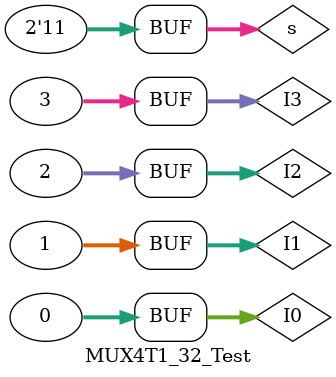
<source format=v>
`timescale 1ns / 1ps


module MUX4T1_32_Test;

	// Inputs
	reg [1:0] s;
	reg [31:0] I0;
	reg [31:0] I1;
	reg [31:0] I2;
	reg [31:0] I3;

	// Outputs
	wire [31:0] o;

	// Instantiate the Unit Under Test (UUT)
	MUX4T1_32 uut (
		.s(s), 
		.I0(I0), 
		.I1(I1), 
		.I2(I2), 
		.I3(I3), 
		.o(o)
	);

	initial begin
		// Initialize Inputs
		s = 0;
		I0 = 0;
		I1 = 1;
		I2 = 2;
		I3 = 3;

		// Wait 100 ns for global reset to finish
		#100;
        
		// Add stimulus here
		s = 1;
		#100;
		s = 2;
		#100;
		s = 3;
		#100;

	end
      
endmodule


</source>
